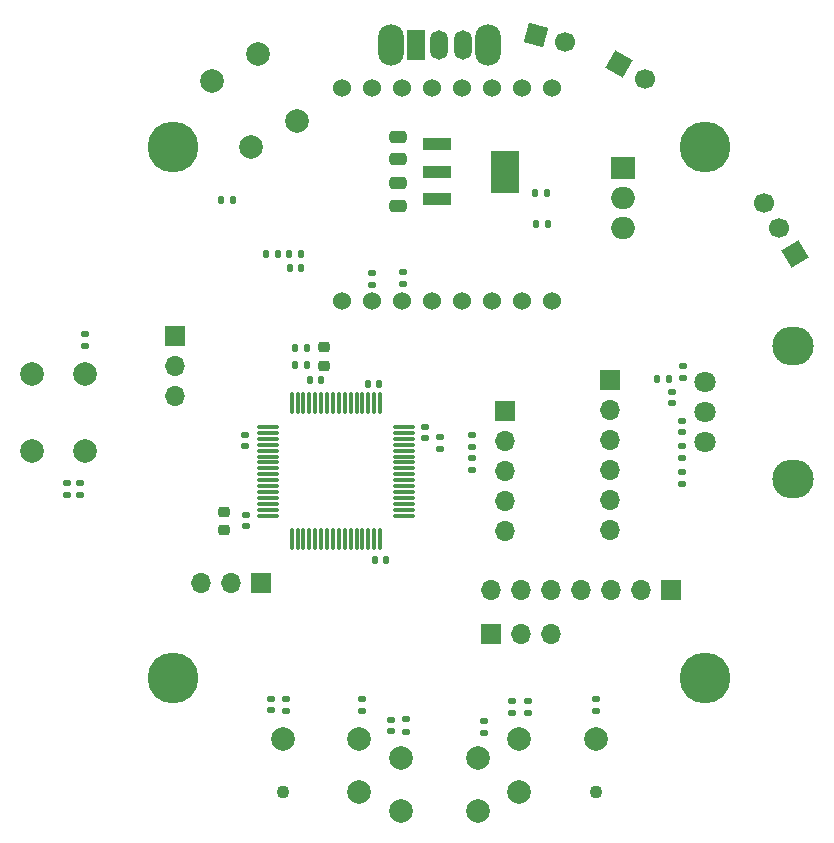
<source format=gts>
%TF.GenerationSoftware,KiCad,Pcbnew,8.0.4*%
%TF.CreationDate,2024-08-29T16:54:05+02:00*%
%TF.ProjectId,smartEggTimer,736d6172-7445-4676-9754-696d65722e6b,rev?*%
%TF.SameCoordinates,Original*%
%TF.FileFunction,Soldermask,Top*%
%TF.FilePolarity,Negative*%
%FSLAX46Y46*%
G04 Gerber Fmt 4.6, Leading zero omitted, Abs format (unit mm)*
G04 Created by KiCad (PCBNEW 8.0.4) date 2024-08-29 16:54:05*
%MOMM*%
%LPD*%
G01*
G04 APERTURE LIST*
G04 Aperture macros list*
%AMRoundRect*
0 Rectangle with rounded corners*
0 $1 Rounding radius*
0 $2 $3 $4 $5 $6 $7 $8 $9 X,Y pos of 4 corners*
0 Add a 4 corners polygon primitive as box body*
4,1,4,$2,$3,$4,$5,$6,$7,$8,$9,$2,$3,0*
0 Add four circle primitives for the rounded corners*
1,1,$1+$1,$2,$3*
1,1,$1+$1,$4,$5*
1,1,$1+$1,$6,$7*
1,1,$1+$1,$8,$9*
0 Add four rect primitives between the rounded corners*
20,1,$1+$1,$2,$3,$4,$5,0*
20,1,$1+$1,$4,$5,$6,$7,0*
20,1,$1+$1,$6,$7,$8,$9,0*
20,1,$1+$1,$8,$9,$2,$3,0*%
%AMHorizOval*
0 Thick line with rounded ends*
0 $1 width*
0 $2 $3 position (X,Y) of the first rounded end (center of the circle)*
0 $4 $5 position (X,Y) of the second rounded end (center of the circle)*
0 Add line between two ends*
20,1,$1,$2,$3,$4,$5,0*
0 Add two circle primitives to create the rounded ends*
1,1,$1,$2,$3*
1,1,$1,$4,$5*%
%AMRotRect*
0 Rectangle, with rotation*
0 The origin of the aperture is its center*
0 $1 length*
0 $2 width*
0 $3 Rotation angle, in degrees counterclockwise*
0 Add horizontal line*
21,1,$1,$2,0,0,$3*%
G04 Aperture macros list end*
%ADD10C,1.800000*%
%ADD11O,3.500000X3.300000*%
%ADD12R,2.465000X1.050000*%
%ADD13R,2.465000X3.540000*%
%ADD14O,0.300000X2.000000*%
%ADD15O,2.000000X0.300000*%
%ADD16C,1.100000*%
%ADD17C,2.000000*%
%ADD18RoundRect,0.135000X0.185000X-0.135000X0.185000X0.135000X-0.185000X0.135000X-0.185000X-0.135000X0*%
%ADD19RoundRect,0.135000X-0.135000X-0.185000X0.135000X-0.185000X0.135000X0.185000X-0.135000X0.185000X0*%
%ADD20R,1.700000X1.700000*%
%ADD21O,1.700000X1.700000*%
%ADD22RoundRect,0.140000X-0.140000X-0.170000X0.140000X-0.170000X0.140000X0.170000X-0.140000X0.170000X0*%
%ADD23RoundRect,0.135000X-0.185000X0.135000X-0.185000X-0.135000X0.185000X-0.135000X0.185000X0.135000X0*%
%ADD24RoundRect,0.140000X0.140000X0.170000X-0.140000X0.170000X-0.140000X-0.170000X0.140000X-0.170000X0*%
%ADD25C,1.524000*%
%ADD26RoundRect,0.140000X-0.170000X0.140000X-0.170000X-0.140000X0.170000X-0.140000X0.170000X0.140000X0*%
%ADD27RoundRect,0.140000X0.170000X-0.140000X0.170000X0.140000X-0.170000X0.140000X-0.170000X-0.140000X0*%
%ADD28C,4.300000*%
%ADD29RoundRect,0.250000X-0.475000X0.250000X-0.475000X-0.250000X0.475000X-0.250000X0.475000X0.250000X0*%
%ADD30RoundRect,0.135000X0.135000X0.185000X-0.135000X0.185000X-0.135000X-0.185000X0.135000X-0.185000X0*%
%ADD31RotRect,1.700000X1.700000X60.000000*%
%ADD32HorizOval,1.700000X0.000000X0.000000X0.000000X0.000000X0*%
%ADD33RotRect,1.700000X1.700000X211.000000*%
%ADD34HorizOval,1.700000X0.000000X0.000000X0.000000X0.000000X0*%
%ADD35R,2.000000X1.905000*%
%ADD36O,2.000000X1.905000*%
%ADD37RoundRect,0.225000X0.250000X-0.225000X0.250000X0.225000X-0.250000X0.225000X-0.250000X-0.225000X0*%
%ADD38RoundRect,0.218750X0.256250X-0.218750X0.256250X0.218750X-0.256250X0.218750X-0.256250X-0.218750X0*%
%ADD39RotRect,1.700000X1.700000X75.000000*%
%ADD40HorizOval,1.700000X0.000000X0.000000X0.000000X0.000000X0*%
%ADD41RoundRect,0.250000X0.475000X-0.250000X0.475000X0.250000X-0.475000X0.250000X-0.475000X-0.250000X0*%
%ADD42O,2.200000X3.500000*%
%ADD43R,1.500000X2.500000*%
%ADD44O,1.500000X2.500000*%
G04 APERTURE END LIST*
D10*
%TO.C,SW2*%
X122489000Y-97460000D03*
X122489000Y-102540000D03*
D11*
X129989000Y-94400000D03*
D10*
X122489000Y-100000000D03*
D11*
X129989000Y-105600000D03*
%TD*%
D12*
%TO.C,U2*%
X99842500Y-77300000D03*
D13*
X105557500Y-79600000D03*
D12*
X99842500Y-79600000D03*
X99842500Y-81900000D03*
%TD*%
D14*
%TO.C,U1*%
X95010000Y-99230000D03*
X94510000Y-99230000D03*
X94010000Y-99230000D03*
X93510000Y-99230000D03*
X93010000Y-99230000D03*
X92510000Y-99230000D03*
X92010000Y-99230000D03*
X91510000Y-99230000D03*
X91010000Y-99230000D03*
X90510000Y-99230000D03*
X90010000Y-99230000D03*
X89510000Y-99230000D03*
X89010000Y-99230000D03*
X88510000Y-99230000D03*
X88010000Y-99230000D03*
X87510000Y-99230000D03*
D15*
X85510000Y-101230000D03*
X85510000Y-101730000D03*
X85510000Y-102230000D03*
X85510000Y-102730000D03*
X85510000Y-103230000D03*
X85510000Y-103730000D03*
X85510000Y-104230000D03*
X85510000Y-104730000D03*
X85510000Y-105230000D03*
X85510000Y-105730000D03*
X85510000Y-106230000D03*
X85510000Y-106730000D03*
X85510000Y-107230000D03*
X85510000Y-107730000D03*
X85510000Y-108230000D03*
X85510000Y-108730000D03*
D14*
X87510000Y-110730000D03*
X88010000Y-110730000D03*
X88510000Y-110730000D03*
X89010000Y-110730000D03*
X89510000Y-110730000D03*
X90010000Y-110730000D03*
X90510000Y-110730000D03*
X91010000Y-110730000D03*
X91510000Y-110730000D03*
X92010000Y-110730000D03*
X92510000Y-110730000D03*
X93010000Y-110730000D03*
X93510000Y-110730000D03*
X94010000Y-110730000D03*
X94510000Y-110730000D03*
X95010000Y-110730000D03*
D15*
X97010000Y-108730000D03*
X97010000Y-108230000D03*
X97010000Y-107730000D03*
X97010000Y-107230000D03*
X97010000Y-106730000D03*
X97010000Y-106230000D03*
X97010000Y-105730000D03*
X97010000Y-105230000D03*
X97010000Y-104730000D03*
X97010000Y-104230000D03*
X97010000Y-103730000D03*
X97010000Y-103230000D03*
X97010000Y-102730000D03*
X97010000Y-102230000D03*
X97010000Y-101730000D03*
X97010000Y-101230000D03*
%TD*%
D16*
%TO.C,SW6*%
X113250000Y-132120000D03*
D17*
X106750000Y-132120000D03*
X113250000Y-127620000D03*
X106750000Y-127620000D03*
%TD*%
D18*
%TO.C,R11*%
X120575000Y-106085000D03*
X120575000Y-105065000D03*
%TD*%
D19*
%TO.C,R12*%
X87275000Y-86585000D03*
X88295000Y-86585000D03*
%TD*%
D20*
%TO.C,J7*%
X77600000Y-93520000D03*
D21*
X77600000Y-96060000D03*
X77600000Y-98600000D03*
%TD*%
D20*
%TO.C,J2*%
X104425000Y-118725000D03*
D21*
X106965000Y-118725000D03*
X109505000Y-118725000D03*
%TD*%
D22*
%TO.C,C7*%
X89070000Y-97275000D03*
X90030000Y-97275000D03*
%TD*%
D18*
%TO.C,R10*%
X120575000Y-103885000D03*
X120575000Y-102865000D03*
%TD*%
D23*
%TO.C,R8*%
X120685000Y-96095000D03*
X120685000Y-97115000D03*
%TD*%
D18*
%TO.C,R20*%
X113250000Y-125250000D03*
X113250000Y-124230000D03*
%TD*%
%TO.C,R14*%
X70000000Y-94400000D03*
X70000000Y-93380000D03*
%TD*%
D17*
%TO.C,SW4*%
X103250000Y-133750000D03*
X96750000Y-133750000D03*
X103250000Y-129250000D03*
X96750000Y-129250000D03*
%TD*%
D24*
%TO.C,C3*%
X95530000Y-112450000D03*
X94570000Y-112450000D03*
%TD*%
D17*
%TO.C,SW3*%
X65500000Y-103250000D03*
X65500000Y-96750000D03*
X70000000Y-103250000D03*
X70000000Y-96750000D03*
%TD*%
D18*
%TO.C,R16*%
X103816400Y-127119600D03*
X103816400Y-126099600D03*
%TD*%
D25*
%TO.C,DFPlayerMini1*%
X91740000Y-72525000D03*
X94280000Y-72525000D03*
X96820000Y-72525000D03*
X99360000Y-72525000D03*
X101900000Y-72525000D03*
X104440000Y-72525000D03*
X106980000Y-72525000D03*
X109520000Y-72525000D03*
X109520000Y-90559000D03*
X106980000Y-90559000D03*
X104440000Y-90559000D03*
X101900000Y-90559000D03*
X99360000Y-90559000D03*
X96820000Y-90559000D03*
X94280000Y-90559000D03*
X91740000Y-90559000D03*
%TD*%
D26*
%TO.C,C17*%
X85750000Y-124270000D03*
X85750000Y-125230000D03*
%TD*%
D19*
%TO.C,R1*%
X81540000Y-82050000D03*
X82560000Y-82050000D03*
%TD*%
%TO.C,R5*%
X108230000Y-84050000D03*
X109250000Y-84050000D03*
%TD*%
D16*
%TO.C,SW5*%
X86750000Y-132120000D03*
D17*
X93250000Y-132120000D03*
X93250000Y-127620000D03*
X86750000Y-127620000D03*
%TD*%
D18*
%TO.C,R15*%
X69600000Y-107000000D03*
X69600000Y-105980000D03*
%TD*%
D23*
%TO.C,R23*%
X96900000Y-88125000D03*
X96900000Y-89145000D03*
%TD*%
D22*
%TO.C,C14*%
X87335000Y-87785000D03*
X88295000Y-87785000D03*
%TD*%
D23*
%TO.C,R7*%
X102800000Y-101890000D03*
X102800000Y-102910000D03*
%TD*%
D24*
%TO.C,C9*%
X88770000Y-94555000D03*
X87810000Y-94555000D03*
%TD*%
D27*
%TO.C,C2*%
X83650000Y-109605000D03*
X83650000Y-108645000D03*
%TD*%
D20*
%TO.C,J1*%
X105600000Y-99840000D03*
D21*
X105600000Y-102380000D03*
X105600000Y-104920000D03*
X105600000Y-107460000D03*
X105600000Y-110000000D03*
%TD*%
D19*
%TO.C,R13*%
X85305000Y-86585000D03*
X86325000Y-86585000D03*
%TD*%
D28*
%TO.C,H2*%
X122500000Y-77500000D03*
%TD*%
D26*
%TO.C,C6*%
X98820000Y-101230000D03*
X98820000Y-102190000D03*
%TD*%
%TO.C,C13*%
X120575000Y-100720000D03*
X120575000Y-101680000D03*
%TD*%
D27*
%TO.C,C4*%
X83570000Y-102845000D03*
X83570000Y-101885000D03*
%TD*%
D28*
%TO.C,H8*%
X122500000Y-122500000D03*
%TD*%
%TO.C,H1*%
X77500000Y-77500000D03*
%TD*%
D23*
%TO.C,R2*%
X100060000Y-102105000D03*
X100060000Y-103125000D03*
%TD*%
D29*
%TO.C,C10*%
X96550000Y-76667500D03*
X96550000Y-78567500D03*
%TD*%
D27*
%TO.C,C15*%
X68475000Y-106970000D03*
X68475000Y-106010000D03*
%TD*%
D30*
%TO.C,R9*%
X119470000Y-97130000D03*
X118450000Y-97130000D03*
%TD*%
D23*
%TO.C,R22*%
X94300000Y-88215000D03*
X94300000Y-89235000D03*
%TD*%
D31*
%TO.C,J5*%
X115200000Y-70530000D03*
D32*
X117399705Y-71800000D03*
%TD*%
D33*
%TO.C,J8*%
X130108197Y-86577205D03*
D34*
X128800000Y-84400000D03*
X127491804Y-82222795D03*
%TD*%
D20*
%TO.C,J3*%
X84925000Y-114400000D03*
D21*
X82385000Y-114400000D03*
X79845000Y-114400000D03*
%TD*%
D26*
%TO.C,C12*%
X119685000Y-98270000D03*
X119685000Y-99230000D03*
%TD*%
D23*
%TO.C,R21*%
X107500000Y-124430000D03*
X107500000Y-125450000D03*
%TD*%
D24*
%TO.C,C8*%
X88780000Y-95955000D03*
X87820000Y-95955000D03*
%TD*%
D20*
%TO.C,J4*%
X114475000Y-97260000D03*
D21*
X114475000Y-99800000D03*
X114475000Y-102340000D03*
X114475000Y-104880000D03*
X114475000Y-107420000D03*
X114475000Y-109960000D03*
%TD*%
D26*
%TO.C,C16*%
X95917000Y-126020000D03*
X95917000Y-126980000D03*
%TD*%
D24*
%TO.C,C5*%
X94940000Y-97615000D03*
X93980000Y-97615000D03*
%TD*%
D35*
%TO.C,Q1*%
X115550000Y-79310000D03*
D36*
X115550000Y-81850000D03*
X115550000Y-84390000D03*
%TD*%
D20*
%TO.C,OLED-15W-C1*%
X119640000Y-115000000D03*
D21*
X117100000Y-115000000D03*
X114560000Y-115000000D03*
X112020000Y-115000000D03*
X109480000Y-115000000D03*
X106940000Y-115000000D03*
X104400000Y-115000000D03*
%TD*%
D23*
%TO.C,R17*%
X97187000Y-125990000D03*
X97187000Y-127010000D03*
%TD*%
D18*
%TO.C,R6*%
X102800000Y-104910000D03*
X102800000Y-103890000D03*
%TD*%
D37*
%TO.C,C1*%
X81800000Y-109975000D03*
X81800000Y-108425000D03*
%TD*%
D23*
%TO.C,R19*%
X87000000Y-124240000D03*
X87000000Y-125260000D03*
%TD*%
D26*
%TO.C,C18*%
X106165000Y-124460000D03*
X106165000Y-125420000D03*
%TD*%
D38*
%TO.C,FB1*%
X90260000Y-96030000D03*
X90260000Y-94455000D03*
%TD*%
D28*
%TO.C,H3*%
X77500000Y-122500000D03*
%TD*%
D39*
%TO.C,J6*%
X108200000Y-68000000D03*
D40*
X110653452Y-68657400D03*
%TD*%
D41*
%TO.C,C11*%
X96550000Y-82505000D03*
X96550000Y-80605000D03*
%TD*%
D18*
%TO.C,R18*%
X93500000Y-125260000D03*
X93500000Y-124240000D03*
%TD*%
D30*
%TO.C,R4*%
X109160000Y-81450000D03*
X108140000Y-81450000D03*
%TD*%
D42*
%TO.C,SW7*%
X95900000Y-68890001D03*
X104100002Y-68889999D03*
D43*
X98000001Y-68890000D03*
D44*
X100000000Y-68890000D03*
X102000002Y-68890000D03*
%TD*%
D17*
%TO.C,SW1*%
X87925000Y-75304165D03*
X84675000Y-69675000D03*
X84027886Y-77554166D03*
X80777885Y-71925000D03*
%TD*%
M02*

</source>
